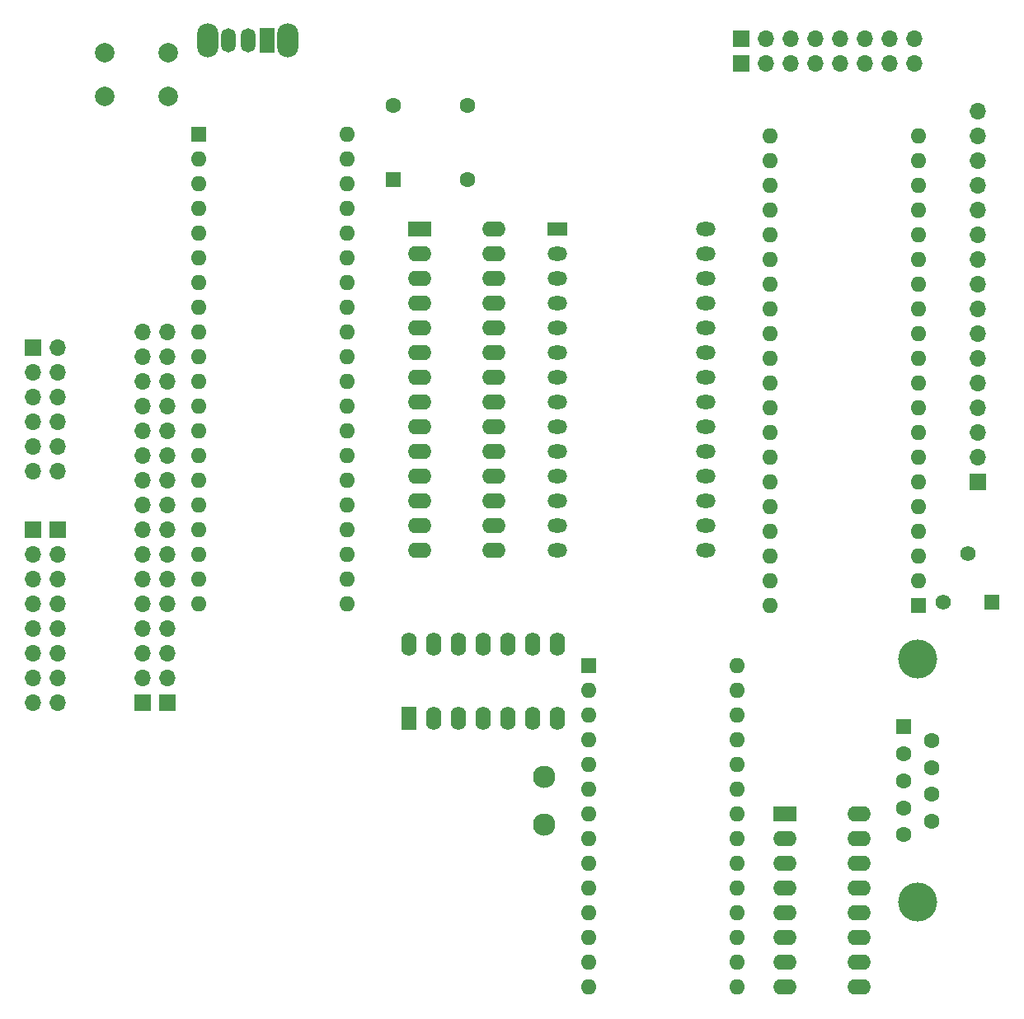
<source format=gbr>
%TF.GenerationSoftware,KiCad,Pcbnew,7.0.9*%
%TF.CreationDate,2024-02-07T01:21:47+02:00*%
%TF.ProjectId,W65C02Computer,57363543-3032-4436-9f6d-70757465722e,rev?*%
%TF.SameCoordinates,Original*%
%TF.FileFunction,Soldermask,Bot*%
%TF.FilePolarity,Negative*%
%FSLAX46Y46*%
G04 Gerber Fmt 4.6, Leading zero omitted, Abs format (unit mm)*
G04 Created by KiCad (PCBNEW 7.0.9) date 2024-02-07 01:21:47*
%MOMM*%
%LPD*%
G01*
G04 APERTURE LIST*
%ADD10R,2.400000X1.600000*%
%ADD11O,2.400000X1.600000*%
%ADD12C,2.300000*%
%ADD13O,2.200000X3.500000*%
%ADD14R,1.500000X2.500000*%
%ADD15O,1.500000X2.500000*%
%ADD16R,1.700000X1.700000*%
%ADD17O,1.700000X1.700000*%
%ADD18R,1.600000X1.600000*%
%ADD19O,1.600000X1.600000*%
%ADD20R,2.000000X1.440000*%
%ADD21O,2.000000X1.440000*%
%ADD22R,1.560000X1.560000*%
%ADD23C,1.560000*%
%ADD24C,4.000000*%
%ADD25C,1.600000*%
%ADD26C,2.000000*%
%ADD27R,1.600000X2.400000*%
%ADD28O,1.600000X2.400000*%
G04 APERTURE END LIST*
D10*
%TO.C,U6*%
X231090000Y-113000000D03*
D11*
X231090000Y-115540000D03*
X231090000Y-118080000D03*
X231090000Y-120620000D03*
X231090000Y-123160000D03*
X231090000Y-125700000D03*
X231090000Y-128240000D03*
X231090000Y-130780000D03*
X238710000Y-130780000D03*
X238710000Y-128240000D03*
X238710000Y-125700000D03*
X238710000Y-123160000D03*
X238710000Y-120620000D03*
X238710000Y-118080000D03*
X238710000Y-115540000D03*
X238710000Y-113000000D03*
%TD*%
D12*
%TO.C,Y1*%
X206310000Y-109180000D03*
X206310000Y-114080000D03*
%TD*%
D13*
%TO.C,SW2*%
X179990000Y-33530000D03*
X171790000Y-33530000D03*
D14*
X177890000Y-33530000D03*
D15*
X175890000Y-33530000D03*
X173890000Y-33530000D03*
%TD*%
D16*
%TO.C,REF\u002A\u002A*%
X153800000Y-65100000D03*
D17*
X156340000Y-65100000D03*
X153800000Y-67640000D03*
X156340000Y-67640000D03*
X153800000Y-70180000D03*
X156340000Y-70180000D03*
X153800000Y-72720000D03*
X156340000Y-72720000D03*
X153800000Y-75260000D03*
X156340000Y-75260000D03*
X153800000Y-77800000D03*
X156340000Y-77800000D03*
%TD*%
D18*
%TO.C,U7*%
X210865000Y-97755000D03*
D19*
X210865000Y-100295000D03*
X210865000Y-102835000D03*
X210865000Y-105375000D03*
X210865000Y-107915000D03*
X210865000Y-110455000D03*
X210865000Y-112995000D03*
X210865000Y-115535000D03*
X210865000Y-118075000D03*
X210865000Y-120615000D03*
X210865000Y-123155000D03*
X210865000Y-125695000D03*
X210865000Y-128235000D03*
X210865000Y-130775000D03*
X226105000Y-130775000D03*
X226105000Y-128235000D03*
X226105000Y-125695000D03*
X226105000Y-123155000D03*
X226105000Y-120615000D03*
X226105000Y-118075000D03*
X226105000Y-115535000D03*
X226105000Y-112995000D03*
X226105000Y-110455000D03*
X226105000Y-107915000D03*
X226105000Y-105375000D03*
X226105000Y-102835000D03*
X226105000Y-100295000D03*
X226105000Y-97755000D03*
%TD*%
D20*
%TO.C,U2*%
X207680000Y-52850000D03*
D21*
X207680000Y-55390000D03*
X207680000Y-57930000D03*
X207680000Y-60470000D03*
X207680000Y-63010000D03*
X207680000Y-65550000D03*
X207680000Y-68090000D03*
X207680000Y-70630000D03*
X207680000Y-73170000D03*
X207680000Y-75710000D03*
X207680000Y-78250000D03*
X207680000Y-80790000D03*
X207680000Y-83330000D03*
X207680000Y-85870000D03*
X222920000Y-85870000D03*
X222920000Y-83330000D03*
X222920000Y-80790000D03*
X222920000Y-78250000D03*
X222920000Y-75710000D03*
X222920000Y-73170000D03*
X222920000Y-70630000D03*
X222920000Y-68090000D03*
X222920000Y-65550000D03*
X222920000Y-63010000D03*
X222920000Y-60470000D03*
X222920000Y-57930000D03*
X222920000Y-55390000D03*
X222920000Y-52850000D03*
%TD*%
D16*
%TO.C,REF\u002A\u002A*%
X156340000Y-83770000D03*
D17*
X156340000Y-86310000D03*
X156340000Y-88850000D03*
X156340000Y-91390000D03*
X156340000Y-93930000D03*
X156340000Y-96470000D03*
X156340000Y-99010000D03*
X156340000Y-101550000D03*
%TD*%
D18*
%TO.C,U1*%
X170830000Y-43150000D03*
D19*
X170830000Y-45690000D03*
X170830000Y-48230000D03*
X170830000Y-50770000D03*
X170830000Y-53310000D03*
X170830000Y-55850000D03*
X170830000Y-58390000D03*
X170830000Y-60930000D03*
X170830000Y-63470000D03*
X170830000Y-66010000D03*
X170830000Y-68550000D03*
X170830000Y-71090000D03*
X170830000Y-73630000D03*
X170830000Y-76170000D03*
X170830000Y-78710000D03*
X170830000Y-81250000D03*
X170830000Y-83790000D03*
X170830000Y-86330000D03*
X170830000Y-88870000D03*
X170830000Y-91410000D03*
X186070000Y-91410000D03*
X186070000Y-88870000D03*
X186070000Y-86330000D03*
X186070000Y-83790000D03*
X186070000Y-81250000D03*
X186070000Y-78710000D03*
X186070000Y-76170000D03*
X186070000Y-73630000D03*
X186070000Y-71090000D03*
X186070000Y-68550000D03*
X186070000Y-66010000D03*
X186070000Y-63470000D03*
X186070000Y-60930000D03*
X186070000Y-58390000D03*
X186070000Y-55850000D03*
X186070000Y-53310000D03*
X186070000Y-50770000D03*
X186070000Y-48230000D03*
X186070000Y-45690000D03*
X186070000Y-43150000D03*
%TD*%
D22*
%TO.C,RV1*%
X252330000Y-91235000D03*
D23*
X249830000Y-86235000D03*
X247330000Y-91235000D03*
%TD*%
D16*
%TO.C,DS1*%
X250870000Y-78860000D03*
D17*
X250870000Y-76320000D03*
X250870000Y-73780000D03*
X250870000Y-71240000D03*
X250870000Y-68700000D03*
X250870000Y-66160000D03*
X250870000Y-63620000D03*
X250870000Y-61080000D03*
X250870000Y-58540000D03*
X250870000Y-56000000D03*
X250870000Y-53460000D03*
X250870000Y-50920000D03*
X250870000Y-48380000D03*
X250870000Y-45840000D03*
X250870000Y-43300000D03*
X250870000Y-40760000D03*
%TD*%
D16*
%TO.C,REF\u002A\u002A*%
X165090000Y-101580000D03*
D17*
X165090000Y-99040000D03*
X165090000Y-96500000D03*
X165090000Y-93960000D03*
X165090000Y-91420000D03*
X165090000Y-88880000D03*
X165090000Y-86340000D03*
X165090000Y-83800000D03*
X165090000Y-81260000D03*
X165090000Y-78720000D03*
X165090000Y-76180000D03*
X165090000Y-73640000D03*
X165090000Y-71100000D03*
X165090000Y-68560000D03*
X165090000Y-66020000D03*
X165090000Y-63480000D03*
%TD*%
D16*
%TO.C,REF\u002A\u002A*%
X226600000Y-33310000D03*
D17*
X229140000Y-33310000D03*
X231680000Y-33310000D03*
X234220000Y-33310000D03*
X236760000Y-33310000D03*
X239300000Y-33310000D03*
X241840000Y-33310000D03*
X244380000Y-33310000D03*
%TD*%
D24*
%TO.C,J1*%
X244670000Y-122095000D03*
X244670000Y-97095000D03*
D18*
X243250000Y-104055000D03*
D25*
X243250000Y-106825000D03*
X243250000Y-109595000D03*
X243250000Y-112365000D03*
X243250000Y-115135000D03*
X246090000Y-105440000D03*
X246090000Y-108210000D03*
X246090000Y-110980000D03*
X246090000Y-113750000D03*
%TD*%
D16*
%TO.C,J3*%
X167630000Y-101580000D03*
D17*
X167630000Y-99040000D03*
X167630000Y-96500000D03*
X167630000Y-93960000D03*
X167630000Y-91420000D03*
X167630000Y-88880000D03*
X167630000Y-86340000D03*
X167630000Y-83800000D03*
X167630000Y-81260000D03*
X167630000Y-78720000D03*
X167630000Y-76180000D03*
X167630000Y-73640000D03*
X167630000Y-71100000D03*
X167630000Y-68560000D03*
X167630000Y-66020000D03*
X167630000Y-63480000D03*
%TD*%
D16*
%TO.C,REF\u002A\u002A*%
X153800000Y-83770000D03*
D17*
X153800000Y-86310000D03*
X153800000Y-88850000D03*
X153800000Y-91390000D03*
X153800000Y-93930000D03*
X153800000Y-96470000D03*
X153800000Y-99010000D03*
X153800000Y-101550000D03*
%TD*%
D26*
%TO.C,SW1*%
X167700000Y-39260000D03*
X161200000Y-39260000D03*
X167700000Y-34760000D03*
X161200000Y-34760000D03*
%TD*%
D27*
%TO.C,U4*%
X192430000Y-103130000D03*
D28*
X194970000Y-103130000D03*
X197510000Y-103130000D03*
X200050000Y-103130000D03*
X202590000Y-103130000D03*
X205130000Y-103130000D03*
X207670000Y-103130000D03*
X207670000Y-95510000D03*
X205130000Y-95510000D03*
X202590000Y-95510000D03*
X200050000Y-95510000D03*
X197510000Y-95510000D03*
X194970000Y-95510000D03*
X192430000Y-95510000D03*
%TD*%
D10*
%TO.C,U3*%
X193530000Y-52850000D03*
D11*
X193530000Y-55390000D03*
X193530000Y-57930000D03*
X193530000Y-60470000D03*
X193530000Y-63010000D03*
X193530000Y-65550000D03*
X193530000Y-68090000D03*
X193530000Y-70630000D03*
X193530000Y-73170000D03*
X193530000Y-75710000D03*
X193530000Y-78250000D03*
X193530000Y-80790000D03*
X193530000Y-83330000D03*
X193530000Y-85870000D03*
X201150000Y-85870000D03*
X201150000Y-83330000D03*
X201150000Y-80790000D03*
X201150000Y-78250000D03*
X201150000Y-75710000D03*
X201150000Y-73170000D03*
X201150000Y-70630000D03*
X201150000Y-68090000D03*
X201150000Y-65550000D03*
X201150000Y-63010000D03*
X201150000Y-60470000D03*
X201150000Y-57930000D03*
X201150000Y-55390000D03*
X201150000Y-52850000D03*
%TD*%
D18*
%TO.C,X1*%
X190860000Y-47810000D03*
D25*
X198480000Y-47810000D03*
X198480000Y-40190000D03*
X190860000Y-40190000D03*
%TD*%
D16*
%TO.C,REF\u002A\u002A*%
X226600000Y-35850000D03*
D17*
X229140000Y-35850000D03*
X231680000Y-35850000D03*
X234220000Y-35850000D03*
X236760000Y-35850000D03*
X239300000Y-35850000D03*
X241840000Y-35850000D03*
X244380000Y-35850000D03*
%TD*%
D18*
%TO.C,U5*%
X244770000Y-91550000D03*
D19*
X244770000Y-89010000D03*
X244770000Y-86470000D03*
X244770000Y-83930000D03*
X244770000Y-81390000D03*
X244770000Y-78850000D03*
X244770000Y-76310000D03*
X244770000Y-73770000D03*
X244770000Y-71230000D03*
X244770000Y-68690000D03*
X244770000Y-66150000D03*
X244770000Y-63610000D03*
X244770000Y-61070000D03*
X244770000Y-58530000D03*
X244770000Y-55990000D03*
X244770000Y-53450000D03*
X244770000Y-50910000D03*
X244770000Y-48370000D03*
X244770000Y-45830000D03*
X244770000Y-43290000D03*
X229530000Y-43290000D03*
X229530000Y-45830000D03*
X229530000Y-48370000D03*
X229530000Y-50910000D03*
X229530000Y-53450000D03*
X229530000Y-55990000D03*
X229530000Y-58530000D03*
X229530000Y-61070000D03*
X229530000Y-63610000D03*
X229530000Y-66150000D03*
X229530000Y-68690000D03*
X229530000Y-71230000D03*
X229530000Y-73770000D03*
X229530000Y-76310000D03*
X229530000Y-78850000D03*
X229530000Y-81390000D03*
X229530000Y-83930000D03*
X229530000Y-86470000D03*
X229530000Y-89010000D03*
X229530000Y-91550000D03*
%TD*%
M02*

</source>
